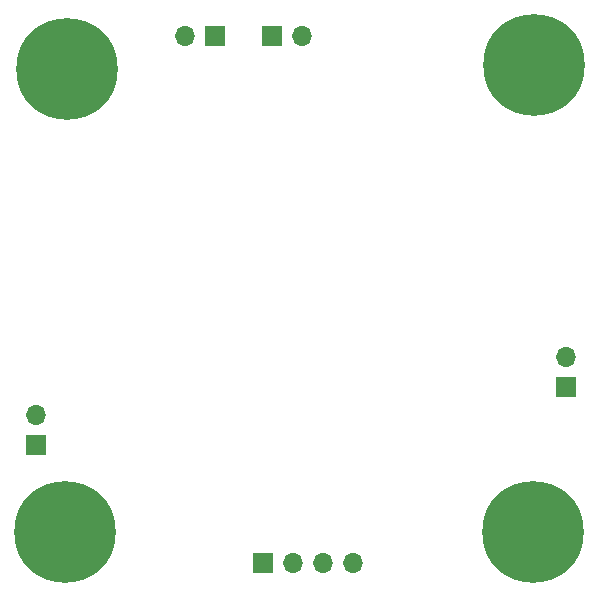
<source format=gbr>
%TF.GenerationSoftware,KiCad,Pcbnew,(6.0.7)*%
%TF.CreationDate,2023-05-29T18:59:42-07:00*%
%TF.ProjectId,STM32F4_Breakout,53544d33-3246-4345-9f42-7265616b6f75,rev?*%
%TF.SameCoordinates,Original*%
%TF.FileFunction,Soldermask,Bot*%
%TF.FilePolarity,Negative*%
%FSLAX46Y46*%
G04 Gerber Fmt 4.6, Leading zero omitted, Abs format (unit mm)*
G04 Created by KiCad (PCBNEW (6.0.7)) date 2023-05-29 18:59:42*
%MOMM*%
%LPD*%
G01*
G04 APERTURE LIST*
%ADD10R,1.700000X1.700000*%
%ADD11O,1.700000X1.700000*%
%ADD12C,0.900000*%
%ADD13C,8.600000*%
G04 APERTURE END LIST*
D10*
%TO.C,J1*%
X63100000Y-77075000D03*
D11*
X63100000Y-74535000D03*
%TD*%
D10*
%TO.C,J3*%
X78275000Y-42400000D03*
D11*
X75735000Y-42400000D03*
%TD*%
D12*
%TO.C,H2*%
X107480419Y-82119581D03*
X105200000Y-87625000D03*
X101975000Y-84400000D03*
X107480419Y-86680419D03*
D13*
X105200000Y-84400000D03*
D12*
X102919581Y-82119581D03*
X105200000Y-81175000D03*
X102919581Y-86680419D03*
X108425000Y-84400000D03*
%TD*%
D10*
%TO.C,J6*%
X108000000Y-72100000D03*
D11*
X108000000Y-69560000D03*
%TD*%
D12*
%TO.C,H3*%
X103039162Y-47160838D03*
X108544581Y-44880419D03*
X107600000Y-47160838D03*
X102094581Y-44880419D03*
X105319581Y-48105419D03*
X107600000Y-42600000D03*
X105319581Y-41655419D03*
D13*
X105319581Y-44880419D03*
D12*
X103039162Y-42600000D03*
%TD*%
D10*
%TO.C,J5*%
X82400000Y-87000000D03*
D11*
X84940000Y-87000000D03*
X87480000Y-87000000D03*
X90020000Y-87000000D03*
%TD*%
D12*
%TO.C,H4*%
X69025000Y-45200000D03*
X63519581Y-47480419D03*
X68080419Y-42919581D03*
X65800000Y-41975000D03*
D13*
X65800000Y-45200000D03*
D12*
X68080419Y-47480419D03*
X65800000Y-48425000D03*
X62575000Y-45200000D03*
X63519581Y-42919581D03*
%TD*%
%TO.C,H1*%
X67880419Y-86680419D03*
X68825000Y-84400000D03*
X63319581Y-86680419D03*
X65600000Y-87625000D03*
X62375000Y-84400000D03*
D13*
X65600000Y-84400000D03*
D12*
X67880419Y-82119581D03*
X65600000Y-81175000D03*
X63319581Y-82119581D03*
%TD*%
D10*
%TO.C,J2*%
X83125000Y-42400000D03*
D11*
X85665000Y-42400000D03*
%TD*%
M02*

</source>
